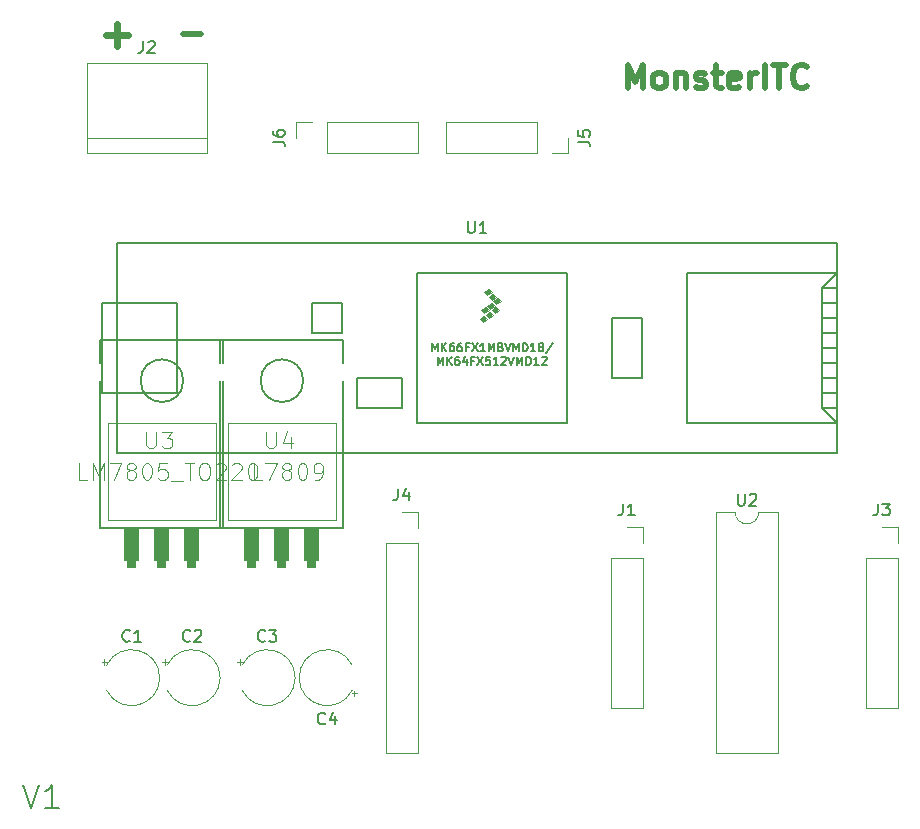
<source format=gto>
G04 #@! TF.GenerationSoftware,KiCad,Pcbnew,(5.1.2)-2*
G04 #@! TF.CreationDate,2019-10-06T07:22:37-10:00*
G04 #@! TF.ProjectId,differential_robot(v1),64696666-6572-4656-9e74-69616c5f726f,rev?*
G04 #@! TF.SameCoordinates,Original*
G04 #@! TF.FileFunction,Legend,Top*
G04 #@! TF.FilePolarity,Positive*
%FSLAX46Y46*%
G04 Gerber Fmt 4.6, Leading zero omitted, Abs format (unit mm)*
G04 Created by KiCad (PCBNEW (5.1.2)-2) date 2019-10-06 07:22:37*
%MOMM*%
%LPD*%
G04 APERTURE LIST*
%ADD10C,0.500000*%
%ADD11C,0.625000*%
%ADD12C,0.150000*%
%ADD13C,0.120000*%
%ADD14C,0.100000*%
%ADD15C,0.127000*%
%ADD16C,0.050800*%
%ADD17C,0.050000*%
G04 APERTURE END LIST*
D10*
X125778571Y-77104761D02*
X125778571Y-75104761D01*
X126445238Y-76533333D01*
X127111904Y-75104761D01*
X127111904Y-77104761D01*
X128350000Y-77104761D02*
X128159523Y-77009523D01*
X128064285Y-76914285D01*
X127969047Y-76723809D01*
X127969047Y-76152380D01*
X128064285Y-75961904D01*
X128159523Y-75866666D01*
X128350000Y-75771428D01*
X128635714Y-75771428D01*
X128826190Y-75866666D01*
X128921428Y-75961904D01*
X129016666Y-76152380D01*
X129016666Y-76723809D01*
X128921428Y-76914285D01*
X128826190Y-77009523D01*
X128635714Y-77104761D01*
X128350000Y-77104761D01*
X129873809Y-75771428D02*
X129873809Y-77104761D01*
X129873809Y-75961904D02*
X129969047Y-75866666D01*
X130159523Y-75771428D01*
X130445238Y-75771428D01*
X130635714Y-75866666D01*
X130730952Y-76057142D01*
X130730952Y-77104761D01*
X131588095Y-77009523D02*
X131778571Y-77104761D01*
X132159523Y-77104761D01*
X132350000Y-77009523D01*
X132445238Y-76819047D01*
X132445238Y-76723809D01*
X132350000Y-76533333D01*
X132159523Y-76438095D01*
X131873809Y-76438095D01*
X131683333Y-76342857D01*
X131588095Y-76152380D01*
X131588095Y-76057142D01*
X131683333Y-75866666D01*
X131873809Y-75771428D01*
X132159523Y-75771428D01*
X132350000Y-75866666D01*
X133016666Y-75771428D02*
X133778571Y-75771428D01*
X133302380Y-75104761D02*
X133302380Y-76819047D01*
X133397619Y-77009523D01*
X133588095Y-77104761D01*
X133778571Y-77104761D01*
X135207142Y-77009523D02*
X135016666Y-77104761D01*
X134635714Y-77104761D01*
X134445238Y-77009523D01*
X134350000Y-76819047D01*
X134350000Y-76057142D01*
X134445238Y-75866666D01*
X134635714Y-75771428D01*
X135016666Y-75771428D01*
X135207142Y-75866666D01*
X135302380Y-76057142D01*
X135302380Y-76247619D01*
X134350000Y-76438095D01*
X136159523Y-77104761D02*
X136159523Y-75771428D01*
X136159523Y-76152380D02*
X136254761Y-75961904D01*
X136350000Y-75866666D01*
X136540476Y-75771428D01*
X136730952Y-75771428D01*
X137397619Y-77104761D02*
X137397619Y-75104761D01*
X138064285Y-75104761D02*
X139207142Y-75104761D01*
X138635714Y-77104761D02*
X138635714Y-75104761D01*
X141016666Y-76914285D02*
X140921428Y-77009523D01*
X140635714Y-77104761D01*
X140445238Y-77104761D01*
X140159523Y-77009523D01*
X139969047Y-76819047D01*
X139873809Y-76628571D01*
X139778571Y-76247619D01*
X139778571Y-75961904D01*
X139873809Y-75580952D01*
X139969047Y-75390476D01*
X140159523Y-75200000D01*
X140445238Y-75104761D01*
X140635714Y-75104761D01*
X140921428Y-75200000D01*
X141016666Y-75295238D01*
X88138095Y-72532857D02*
X89661904Y-72532857D01*
D11*
X81597619Y-72568571D02*
X83502380Y-72568571D01*
X82550000Y-73520952D02*
X82550000Y-71616190D01*
D12*
X74580952Y-136064761D02*
X75247619Y-138064761D01*
X75914285Y-136064761D01*
X77628571Y-138064761D02*
X76485714Y-138064761D01*
X77057142Y-138064761D02*
X77057142Y-136064761D01*
X76866666Y-136350476D01*
X76676190Y-136540952D01*
X76485714Y-136636190D01*
D13*
X136890000Y-112970000D02*
G75*
G02X134890000Y-112970000I-1000000J0D01*
G01*
X134890000Y-112970000D02*
X133240000Y-112970000D01*
X133240000Y-112970000D02*
X133240000Y-133410000D01*
X133240000Y-133410000D02*
X138540000Y-133410000D01*
X138540000Y-133410000D02*
X138540000Y-112970000D01*
X138540000Y-112970000D02*
X136890000Y-112970000D01*
X81680260Y-128060000D02*
G75*
G03X81680259Y-125940000I2119740J1060000D01*
G01*
X81262712Y-125665000D02*
X81712712Y-125665000D01*
X81487712Y-125440000D02*
X81487712Y-125890000D01*
X86607712Y-125440000D02*
X86607712Y-125890000D01*
X86382712Y-125665000D02*
X86832712Y-125665000D01*
X86800260Y-128060000D02*
G75*
G03X86800259Y-125940000I2119740J1060000D01*
G01*
X93150260Y-128060000D02*
G75*
G03X93150259Y-125940000I2119740J1060000D01*
G01*
X92732712Y-125665000D02*
X93182712Y-125665000D01*
X92957712Y-125440000D02*
X92957712Y-125890000D01*
X102662288Y-128560000D02*
X102662288Y-128110000D01*
X102887288Y-128335000D02*
X102437288Y-128335000D01*
X102469740Y-125940000D02*
G75*
G03X102469741Y-128060000I-2119740J-1060000D01*
G01*
X124400000Y-116840000D02*
X127060000Y-116840000D01*
X124400000Y-116840000D02*
X124400000Y-129600000D01*
X124400000Y-129600000D02*
X127060000Y-129600000D01*
X127060000Y-116840000D02*
X127060000Y-129600000D01*
X127060000Y-114240000D02*
X127060000Y-115570000D01*
X125730000Y-114240000D02*
X127060000Y-114240000D01*
X90170000Y-81280000D02*
X80010000Y-81280000D01*
X90170000Y-82550000D02*
X90170000Y-74930000D01*
X90170000Y-74930000D02*
X80010000Y-74930000D01*
X80010000Y-74930000D02*
X80010000Y-82550000D01*
X80010000Y-82550000D02*
X90170000Y-82550000D01*
X147320000Y-114240000D02*
X148650000Y-114240000D01*
X148650000Y-114240000D02*
X148650000Y-115570000D01*
X148650000Y-116840000D02*
X148650000Y-129600000D01*
X145990000Y-129600000D02*
X148650000Y-129600000D01*
X145990000Y-116840000D02*
X145990000Y-129600000D01*
X145990000Y-116840000D02*
X148650000Y-116840000D01*
X105350000Y-115570000D02*
X108010000Y-115570000D01*
X105350000Y-115570000D02*
X105350000Y-133410000D01*
X105350000Y-133410000D02*
X108010000Y-133410000D01*
X108010000Y-115570000D02*
X108010000Y-133410000D01*
X108010000Y-112970000D02*
X108010000Y-114300000D01*
X106680000Y-112970000D02*
X108010000Y-112970000D01*
X118110000Y-79950000D02*
X118110000Y-82610000D01*
X118110000Y-79950000D02*
X110430000Y-79950000D01*
X110430000Y-79950000D02*
X110430000Y-82610000D01*
X118110000Y-82610000D02*
X110430000Y-82610000D01*
X120710000Y-82610000D02*
X119380000Y-82610000D01*
X120710000Y-81280000D02*
X120710000Y-82610000D01*
X97730000Y-81280000D02*
X97730000Y-79950000D01*
X97730000Y-79950000D02*
X99060000Y-79950000D01*
X100330000Y-79950000D02*
X108010000Y-79950000D01*
X108010000Y-82610000D02*
X108010000Y-79950000D01*
X100330000Y-82610000D02*
X108010000Y-82610000D01*
X100330000Y-82610000D02*
X100330000Y-79950000D01*
D14*
G36*
X114300000Y-95250000D02*
G01*
X114554000Y-95504000D01*
X114173000Y-95758000D01*
X113919000Y-95504000D01*
X114300000Y-95250000D01*
G37*
X114300000Y-95250000D02*
X114554000Y-95504000D01*
X114173000Y-95758000D01*
X113919000Y-95504000D01*
X114300000Y-95250000D01*
G36*
X114427000Y-94488000D02*
G01*
X114681000Y-94742000D01*
X114300000Y-94996000D01*
X114046000Y-94742000D01*
X114427000Y-94488000D01*
G37*
X114427000Y-94488000D02*
X114681000Y-94742000D01*
X114300000Y-94996000D01*
X114046000Y-94742000D01*
X114427000Y-94488000D01*
G36*
X114681000Y-95631000D02*
G01*
X114935000Y-95885000D01*
X114554000Y-96139000D01*
X114300000Y-95885000D01*
X114681000Y-95631000D01*
G37*
X114681000Y-95631000D02*
X114935000Y-95885000D01*
X114554000Y-96139000D01*
X114300000Y-95885000D01*
X114681000Y-95631000D01*
G36*
X114173000Y-96012000D02*
G01*
X114427000Y-96266000D01*
X114046000Y-96520000D01*
X113792000Y-96266000D01*
X114173000Y-96012000D01*
G37*
X114173000Y-96012000D02*
X114427000Y-96266000D01*
X114046000Y-96520000D01*
X113792000Y-96266000D01*
X114173000Y-96012000D01*
G36*
X114808000Y-94869000D02*
G01*
X115062000Y-95123000D01*
X114681000Y-95377000D01*
X114427000Y-95123000D01*
X114808000Y-94869000D01*
G37*
X114808000Y-94869000D02*
X115062000Y-95123000D01*
X114681000Y-95377000D01*
X114427000Y-95123000D01*
X114808000Y-94869000D01*
G36*
X113665000Y-96393000D02*
G01*
X113919000Y-96647000D01*
X113538000Y-96901000D01*
X113284000Y-96647000D01*
X113665000Y-96393000D01*
G37*
X113665000Y-96393000D02*
X113919000Y-96647000D01*
X113538000Y-96901000D01*
X113284000Y-96647000D01*
X113665000Y-96393000D01*
G36*
X113792000Y-95631000D02*
G01*
X114046000Y-95885000D01*
X113665000Y-96139000D01*
X113411000Y-95885000D01*
X113792000Y-95631000D01*
G37*
X113792000Y-95631000D02*
X114046000Y-95885000D01*
X113665000Y-96139000D01*
X113411000Y-95885000D01*
X113792000Y-95631000D01*
G36*
X114046000Y-94107000D02*
G01*
X114300000Y-94361000D01*
X113919000Y-94615000D01*
X113665000Y-94361000D01*
X114046000Y-94107000D01*
G37*
X114046000Y-94107000D02*
X114300000Y-94361000D01*
X113919000Y-94615000D01*
X113665000Y-94361000D01*
X114046000Y-94107000D01*
D12*
X82550000Y-107950000D02*
X82550000Y-90170000D01*
X143510000Y-90170000D02*
X143510000Y-107950000D01*
X124460000Y-96520000D02*
X127000000Y-96520000D01*
X124460000Y-101600000D02*
X124460000Y-96520000D01*
X127000000Y-101600000D02*
X124460000Y-101600000D01*
X127000000Y-96520000D02*
X127000000Y-101600000D01*
X87630000Y-102870000D02*
X82550000Y-102870000D01*
X87630000Y-95250000D02*
X82550000Y-95250000D01*
X87630000Y-102870000D02*
X87630000Y-95250000D01*
X81280000Y-95250000D02*
X82550000Y-95250000D01*
X81280000Y-102870000D02*
X81280000Y-95250000D01*
X82550000Y-102870000D02*
X81280000Y-102870000D01*
X82550000Y-107950000D02*
X143510000Y-107950000D01*
X143510000Y-90170000D02*
X82550000Y-90170000D01*
X130810000Y-105410000D02*
X143510000Y-105410000D01*
X130810000Y-92710000D02*
X130810000Y-105410000D01*
X143510000Y-92710000D02*
X130810000Y-92710000D01*
X142240000Y-93980000D02*
X143510000Y-92710000D01*
X142240000Y-104140000D02*
X142240000Y-93980000D01*
X143510000Y-105410000D02*
X142240000Y-104140000D01*
X142240000Y-93980000D02*
X143510000Y-93980000D01*
X142240000Y-95250000D02*
X143510000Y-95250000D01*
X142240000Y-96520000D02*
X143510000Y-96520000D01*
X142240000Y-97790000D02*
X143510000Y-97790000D01*
X142240000Y-99060000D02*
X143510000Y-99060000D01*
X142240000Y-100330000D02*
X143510000Y-100330000D01*
X142240000Y-101600000D02*
X143510000Y-101600000D01*
X142240000Y-102870000D02*
X143510000Y-102870000D01*
X142240000Y-104140000D02*
X143510000Y-104140000D01*
X107950000Y-92710000D02*
X120650000Y-92710000D01*
X107950000Y-105410000D02*
X120650000Y-105410000D01*
X107950000Y-92710000D02*
X107950000Y-105410000D01*
X120650000Y-105410000D02*
X120650000Y-92710000D01*
X106680000Y-101600000D02*
X106680000Y-104140000D01*
X102870000Y-101600000D02*
X106680000Y-101600000D01*
X102870000Y-104140000D02*
X102870000Y-101600000D01*
X106680000Y-104140000D02*
X102870000Y-104140000D01*
X101600000Y-95250000D02*
X99060000Y-95250000D01*
X101600000Y-97790000D02*
X101600000Y-95250000D01*
X99060000Y-97790000D02*
X101600000Y-97790000D01*
X99060000Y-95250000D02*
X99060000Y-97790000D01*
D15*
X81153000Y-114300000D02*
X91567000Y-114300000D01*
X91567000Y-98425000D02*
X81153000Y-98425000D01*
X91567000Y-114300000D02*
X91567000Y-101854000D01*
X91567000Y-100330000D02*
X91567000Y-98425000D01*
X81153000Y-114300000D02*
X81153000Y-101854000D01*
X81153000Y-100330000D02*
X81153000Y-98425000D01*
D16*
X81788000Y-113665000D02*
X90932000Y-113665000D01*
X90932000Y-105410000D02*
X90932000Y-113665000D01*
X90932000Y-105410000D02*
X81788000Y-105410000D01*
X81788000Y-113665000D02*
X81788000Y-105410000D01*
D15*
X88163400Y-101854000D02*
G75*
G03X88163400Y-101854000I-1803400J0D01*
G01*
D14*
G36*
X88519740Y-117094000D02*
G01*
X89281000Y-117094000D01*
X89281000Y-117730610D01*
X88519740Y-117730610D01*
X88519740Y-117094000D01*
G37*
G36*
X85978823Y-117094000D02*
G01*
X86741000Y-117094000D01*
X86741000Y-117731190D01*
X85978823Y-117731190D01*
X85978823Y-117094000D01*
G37*
G36*
X83437710Y-117094000D02*
G01*
X84201000Y-117094000D01*
X84201000Y-117731080D01*
X83437710Y-117731080D01*
X83437710Y-117094000D01*
G37*
G36*
X83179460Y-114300000D02*
G01*
X84455000Y-114300000D01*
X84455000Y-117101090D01*
X83179460Y-117101090D01*
X83179460Y-114300000D01*
G37*
G36*
X85724119Y-114300000D02*
G01*
X86995000Y-114300000D01*
X86995000Y-117099640D01*
X85724119Y-117099640D01*
X85724119Y-114300000D01*
G37*
G36*
X88267130Y-114300000D02*
G01*
X89535000Y-114300000D01*
X89535000Y-117098550D01*
X88267130Y-117098550D01*
X88267130Y-114300000D01*
G37*
G36*
X98427130Y-114300000D02*
G01*
X99695000Y-114300000D01*
X99695000Y-117098550D01*
X98427130Y-117098550D01*
X98427130Y-114300000D01*
G37*
G36*
X95884119Y-114300000D02*
G01*
X97155000Y-114300000D01*
X97155000Y-117099640D01*
X95884119Y-117099640D01*
X95884119Y-114300000D01*
G37*
G36*
X93339460Y-114300000D02*
G01*
X94615000Y-114300000D01*
X94615000Y-117101090D01*
X93339460Y-117101090D01*
X93339460Y-114300000D01*
G37*
G36*
X93597710Y-117094000D02*
G01*
X94361000Y-117094000D01*
X94361000Y-117731080D01*
X93597710Y-117731080D01*
X93597710Y-117094000D01*
G37*
G36*
X96138823Y-117094000D02*
G01*
X96901000Y-117094000D01*
X96901000Y-117731190D01*
X96138823Y-117731190D01*
X96138823Y-117094000D01*
G37*
G36*
X98679740Y-117094000D02*
G01*
X99441000Y-117094000D01*
X99441000Y-117730610D01*
X98679740Y-117730610D01*
X98679740Y-117094000D01*
G37*
D15*
X98323400Y-101854000D02*
G75*
G03X98323400Y-101854000I-1803400J0D01*
G01*
D16*
X91948000Y-113665000D02*
X91948000Y-105410000D01*
X101092000Y-105410000D02*
X91948000Y-105410000D01*
X101092000Y-105410000D02*
X101092000Y-113665000D01*
X91948000Y-113665000D02*
X101092000Y-113665000D01*
D15*
X91313000Y-100330000D02*
X91313000Y-98425000D01*
X91313000Y-114300000D02*
X91313000Y-101854000D01*
X101727000Y-100330000D02*
X101727000Y-98425000D01*
X101727000Y-114300000D02*
X101727000Y-101854000D01*
X101727000Y-98425000D02*
X91313000Y-98425000D01*
X91313000Y-114300000D02*
X101727000Y-114300000D01*
D12*
X135128095Y-111422380D02*
X135128095Y-112231904D01*
X135175714Y-112327142D01*
X135223333Y-112374761D01*
X135318571Y-112422380D01*
X135509047Y-112422380D01*
X135604285Y-112374761D01*
X135651904Y-112327142D01*
X135699523Y-112231904D01*
X135699523Y-111422380D01*
X136128095Y-111517619D02*
X136175714Y-111470000D01*
X136270952Y-111422380D01*
X136509047Y-111422380D01*
X136604285Y-111470000D01*
X136651904Y-111517619D01*
X136699523Y-111612857D01*
X136699523Y-111708095D01*
X136651904Y-111850952D01*
X136080476Y-112422380D01*
X136699523Y-112422380D01*
X83633333Y-123857142D02*
X83585714Y-123904761D01*
X83442857Y-123952380D01*
X83347619Y-123952380D01*
X83204761Y-123904761D01*
X83109523Y-123809523D01*
X83061904Y-123714285D01*
X83014285Y-123523809D01*
X83014285Y-123380952D01*
X83061904Y-123190476D01*
X83109523Y-123095238D01*
X83204761Y-123000000D01*
X83347619Y-122952380D01*
X83442857Y-122952380D01*
X83585714Y-123000000D01*
X83633333Y-123047619D01*
X84585714Y-123952380D02*
X84014285Y-123952380D01*
X84300000Y-123952380D02*
X84300000Y-122952380D01*
X84204761Y-123095238D01*
X84109523Y-123190476D01*
X84014285Y-123238095D01*
X88753333Y-123857142D02*
X88705714Y-123904761D01*
X88562857Y-123952380D01*
X88467619Y-123952380D01*
X88324761Y-123904761D01*
X88229523Y-123809523D01*
X88181904Y-123714285D01*
X88134285Y-123523809D01*
X88134285Y-123380952D01*
X88181904Y-123190476D01*
X88229523Y-123095238D01*
X88324761Y-123000000D01*
X88467619Y-122952380D01*
X88562857Y-122952380D01*
X88705714Y-123000000D01*
X88753333Y-123047619D01*
X89134285Y-123047619D02*
X89181904Y-123000000D01*
X89277142Y-122952380D01*
X89515238Y-122952380D01*
X89610476Y-123000000D01*
X89658095Y-123047619D01*
X89705714Y-123142857D01*
X89705714Y-123238095D01*
X89658095Y-123380952D01*
X89086666Y-123952380D01*
X89705714Y-123952380D01*
X95103333Y-123857142D02*
X95055714Y-123904761D01*
X94912857Y-123952380D01*
X94817619Y-123952380D01*
X94674761Y-123904761D01*
X94579523Y-123809523D01*
X94531904Y-123714285D01*
X94484285Y-123523809D01*
X94484285Y-123380952D01*
X94531904Y-123190476D01*
X94579523Y-123095238D01*
X94674761Y-123000000D01*
X94817619Y-122952380D01*
X94912857Y-122952380D01*
X95055714Y-123000000D01*
X95103333Y-123047619D01*
X95436666Y-122952380D02*
X96055714Y-122952380D01*
X95722380Y-123333333D01*
X95865238Y-123333333D01*
X95960476Y-123380952D01*
X96008095Y-123428571D01*
X96055714Y-123523809D01*
X96055714Y-123761904D01*
X96008095Y-123857142D01*
X95960476Y-123904761D01*
X95865238Y-123952380D01*
X95579523Y-123952380D01*
X95484285Y-123904761D01*
X95436666Y-123857142D01*
X100183333Y-130857142D02*
X100135714Y-130904761D01*
X99992857Y-130952380D01*
X99897619Y-130952380D01*
X99754761Y-130904761D01*
X99659523Y-130809523D01*
X99611904Y-130714285D01*
X99564285Y-130523809D01*
X99564285Y-130380952D01*
X99611904Y-130190476D01*
X99659523Y-130095238D01*
X99754761Y-130000000D01*
X99897619Y-129952380D01*
X99992857Y-129952380D01*
X100135714Y-130000000D01*
X100183333Y-130047619D01*
X101040476Y-130285714D02*
X101040476Y-130952380D01*
X100802380Y-129904761D02*
X100564285Y-130619047D01*
X101183333Y-130619047D01*
X125396666Y-112252380D02*
X125396666Y-112966666D01*
X125349047Y-113109523D01*
X125253809Y-113204761D01*
X125110952Y-113252380D01*
X125015714Y-113252380D01*
X126396666Y-113252380D02*
X125825238Y-113252380D01*
X126110952Y-113252380D02*
X126110952Y-112252380D01*
X126015714Y-112395238D01*
X125920476Y-112490476D01*
X125825238Y-112538095D01*
X84756666Y-73112380D02*
X84756666Y-73826666D01*
X84709047Y-73969523D01*
X84613809Y-74064761D01*
X84470952Y-74112380D01*
X84375714Y-74112380D01*
X85185238Y-73207619D02*
X85232857Y-73160000D01*
X85328095Y-73112380D01*
X85566190Y-73112380D01*
X85661428Y-73160000D01*
X85709047Y-73207619D01*
X85756666Y-73302857D01*
X85756666Y-73398095D01*
X85709047Y-73540952D01*
X85137619Y-74112380D01*
X85756666Y-74112380D01*
X146986666Y-112252380D02*
X146986666Y-112966666D01*
X146939047Y-113109523D01*
X146843809Y-113204761D01*
X146700952Y-113252380D01*
X146605714Y-113252380D01*
X147367619Y-112252380D02*
X147986666Y-112252380D01*
X147653333Y-112633333D01*
X147796190Y-112633333D01*
X147891428Y-112680952D01*
X147939047Y-112728571D01*
X147986666Y-112823809D01*
X147986666Y-113061904D01*
X147939047Y-113157142D01*
X147891428Y-113204761D01*
X147796190Y-113252380D01*
X147510476Y-113252380D01*
X147415238Y-113204761D01*
X147367619Y-113157142D01*
X106346666Y-110982380D02*
X106346666Y-111696666D01*
X106299047Y-111839523D01*
X106203809Y-111934761D01*
X106060952Y-111982380D01*
X105965714Y-111982380D01*
X107251428Y-111315714D02*
X107251428Y-111982380D01*
X107013333Y-110934761D02*
X106775238Y-111649047D01*
X107394285Y-111649047D01*
X121602380Y-81613333D02*
X122316666Y-81613333D01*
X122459523Y-81660952D01*
X122554761Y-81756190D01*
X122602380Y-81899047D01*
X122602380Y-81994285D01*
X121602380Y-80660952D02*
X121602380Y-81137142D01*
X122078571Y-81184761D01*
X122030952Y-81137142D01*
X121983333Y-81041904D01*
X121983333Y-80803809D01*
X122030952Y-80708571D01*
X122078571Y-80660952D01*
X122173809Y-80613333D01*
X122411904Y-80613333D01*
X122507142Y-80660952D01*
X122554761Y-80708571D01*
X122602380Y-80803809D01*
X122602380Y-81041904D01*
X122554761Y-81137142D01*
X122507142Y-81184761D01*
X95742380Y-81613333D02*
X96456666Y-81613333D01*
X96599523Y-81660952D01*
X96694761Y-81756190D01*
X96742380Y-81899047D01*
X96742380Y-81994285D01*
X95742380Y-80708571D02*
X95742380Y-80899047D01*
X95790000Y-80994285D01*
X95837619Y-81041904D01*
X95980476Y-81137142D01*
X96170952Y-81184761D01*
X96551904Y-81184761D01*
X96647142Y-81137142D01*
X96694761Y-81089523D01*
X96742380Y-80994285D01*
X96742380Y-80803809D01*
X96694761Y-80708571D01*
X96647142Y-80660952D01*
X96551904Y-80613333D01*
X96313809Y-80613333D01*
X96218571Y-80660952D01*
X96170952Y-80708571D01*
X96123333Y-80803809D01*
X96123333Y-80994285D01*
X96170952Y-81089523D01*
X96218571Y-81137142D01*
X96313809Y-81184761D01*
X112268095Y-88352380D02*
X112268095Y-89161904D01*
X112315714Y-89257142D01*
X112363333Y-89304761D01*
X112458571Y-89352380D01*
X112649047Y-89352380D01*
X112744285Y-89304761D01*
X112791904Y-89257142D01*
X112839523Y-89161904D01*
X112839523Y-88352380D01*
X113839523Y-89352380D02*
X113268095Y-89352380D01*
X113553809Y-89352380D02*
X113553809Y-88352380D01*
X113458571Y-88495238D01*
X113363333Y-88590476D01*
X113268095Y-88638095D01*
X109700000Y-100519666D02*
X109700000Y-99819666D01*
X109933333Y-100319666D01*
X110166666Y-99819666D01*
X110166666Y-100519666D01*
X110500000Y-100519666D02*
X110500000Y-99819666D01*
X110900000Y-100519666D02*
X110600000Y-100119666D01*
X110900000Y-99819666D02*
X110500000Y-100219666D01*
X111500000Y-99819666D02*
X111366666Y-99819666D01*
X111300000Y-99853000D01*
X111266666Y-99886333D01*
X111200000Y-99986333D01*
X111166666Y-100119666D01*
X111166666Y-100386333D01*
X111200000Y-100453000D01*
X111233333Y-100486333D01*
X111300000Y-100519666D01*
X111433333Y-100519666D01*
X111500000Y-100486333D01*
X111533333Y-100453000D01*
X111566666Y-100386333D01*
X111566666Y-100219666D01*
X111533333Y-100153000D01*
X111500000Y-100119666D01*
X111433333Y-100086333D01*
X111300000Y-100086333D01*
X111233333Y-100119666D01*
X111200000Y-100153000D01*
X111166666Y-100219666D01*
X112166666Y-100053000D02*
X112166666Y-100519666D01*
X112000000Y-99786333D02*
X111833333Y-100286333D01*
X112266666Y-100286333D01*
X112766666Y-100153000D02*
X112533333Y-100153000D01*
X112533333Y-100519666D02*
X112533333Y-99819666D01*
X112866666Y-99819666D01*
X113066666Y-99819666D02*
X113533333Y-100519666D01*
X113533333Y-99819666D02*
X113066666Y-100519666D01*
X114133333Y-99819666D02*
X113800000Y-99819666D01*
X113766666Y-100153000D01*
X113800000Y-100119666D01*
X113866666Y-100086333D01*
X114033333Y-100086333D01*
X114100000Y-100119666D01*
X114133333Y-100153000D01*
X114166666Y-100219666D01*
X114166666Y-100386333D01*
X114133333Y-100453000D01*
X114100000Y-100486333D01*
X114033333Y-100519666D01*
X113866666Y-100519666D01*
X113800000Y-100486333D01*
X113766666Y-100453000D01*
X114833333Y-100519666D02*
X114433333Y-100519666D01*
X114633333Y-100519666D02*
X114633333Y-99819666D01*
X114566666Y-99919666D01*
X114500000Y-99986333D01*
X114433333Y-100019666D01*
X115100000Y-99886333D02*
X115133333Y-99853000D01*
X115200000Y-99819666D01*
X115366666Y-99819666D01*
X115433333Y-99853000D01*
X115466666Y-99886333D01*
X115500000Y-99953000D01*
X115500000Y-100019666D01*
X115466666Y-100119666D01*
X115066666Y-100519666D01*
X115500000Y-100519666D01*
X115700000Y-99819666D02*
X115933333Y-100519666D01*
X116166666Y-99819666D01*
X116400000Y-100519666D02*
X116400000Y-99819666D01*
X116633333Y-100319666D01*
X116866666Y-99819666D01*
X116866666Y-100519666D01*
X117200000Y-100519666D02*
X117200000Y-99819666D01*
X117366666Y-99819666D01*
X117466666Y-99853000D01*
X117533333Y-99919666D01*
X117566666Y-99986333D01*
X117600000Y-100119666D01*
X117600000Y-100219666D01*
X117566666Y-100353000D01*
X117533333Y-100419666D01*
X117466666Y-100486333D01*
X117366666Y-100519666D01*
X117200000Y-100519666D01*
X118266666Y-100519666D02*
X117866666Y-100519666D01*
X118066666Y-100519666D02*
X118066666Y-99819666D01*
X118000000Y-99919666D01*
X117933333Y-99986333D01*
X117866666Y-100019666D01*
X118533333Y-99886333D02*
X118566666Y-99853000D01*
X118633333Y-99819666D01*
X118800000Y-99819666D01*
X118866666Y-99853000D01*
X118900000Y-99886333D01*
X118933333Y-99953000D01*
X118933333Y-100019666D01*
X118900000Y-100119666D01*
X118500000Y-100519666D01*
X118933333Y-100519666D01*
X109250000Y-99376666D02*
X109250000Y-98676666D01*
X109483333Y-99176666D01*
X109716666Y-98676666D01*
X109716666Y-99376666D01*
X110050000Y-99376666D02*
X110050000Y-98676666D01*
X110450000Y-99376666D02*
X110150000Y-98976666D01*
X110450000Y-98676666D02*
X110050000Y-99076666D01*
X111050000Y-98676666D02*
X110916666Y-98676666D01*
X110850000Y-98710000D01*
X110816666Y-98743333D01*
X110750000Y-98843333D01*
X110716666Y-98976666D01*
X110716666Y-99243333D01*
X110750000Y-99310000D01*
X110783333Y-99343333D01*
X110850000Y-99376666D01*
X110983333Y-99376666D01*
X111050000Y-99343333D01*
X111083333Y-99310000D01*
X111116666Y-99243333D01*
X111116666Y-99076666D01*
X111083333Y-99010000D01*
X111050000Y-98976666D01*
X110983333Y-98943333D01*
X110850000Y-98943333D01*
X110783333Y-98976666D01*
X110750000Y-99010000D01*
X110716666Y-99076666D01*
X111716666Y-98676666D02*
X111583333Y-98676666D01*
X111516666Y-98710000D01*
X111483333Y-98743333D01*
X111416666Y-98843333D01*
X111383333Y-98976666D01*
X111383333Y-99243333D01*
X111416666Y-99310000D01*
X111450000Y-99343333D01*
X111516666Y-99376666D01*
X111650000Y-99376666D01*
X111716666Y-99343333D01*
X111750000Y-99310000D01*
X111783333Y-99243333D01*
X111783333Y-99076666D01*
X111750000Y-99010000D01*
X111716666Y-98976666D01*
X111650000Y-98943333D01*
X111516666Y-98943333D01*
X111450000Y-98976666D01*
X111416666Y-99010000D01*
X111383333Y-99076666D01*
X112316666Y-99010000D02*
X112083333Y-99010000D01*
X112083333Y-99376666D02*
X112083333Y-98676666D01*
X112416666Y-98676666D01*
X112616666Y-98676666D02*
X113083333Y-99376666D01*
X113083333Y-98676666D02*
X112616666Y-99376666D01*
X113716666Y-99376666D02*
X113316666Y-99376666D01*
X113516666Y-99376666D02*
X113516666Y-98676666D01*
X113450000Y-98776666D01*
X113383333Y-98843333D01*
X113316666Y-98876666D01*
X114016666Y-99376666D02*
X114016666Y-98676666D01*
X114250000Y-99176666D01*
X114483333Y-98676666D01*
X114483333Y-99376666D01*
X115050000Y-99010000D02*
X115150000Y-99043333D01*
X115183333Y-99076666D01*
X115216666Y-99143333D01*
X115216666Y-99243333D01*
X115183333Y-99310000D01*
X115150000Y-99343333D01*
X115083333Y-99376666D01*
X114816666Y-99376666D01*
X114816666Y-98676666D01*
X115050000Y-98676666D01*
X115116666Y-98710000D01*
X115150000Y-98743333D01*
X115183333Y-98810000D01*
X115183333Y-98876666D01*
X115150000Y-98943333D01*
X115116666Y-98976666D01*
X115050000Y-99010000D01*
X114816666Y-99010000D01*
X115416666Y-98676666D02*
X115650000Y-99376666D01*
X115883333Y-98676666D01*
X116116666Y-99376666D02*
X116116666Y-98676666D01*
X116350000Y-99176666D01*
X116583333Y-98676666D01*
X116583333Y-99376666D01*
X116916666Y-99376666D02*
X116916666Y-98676666D01*
X117083333Y-98676666D01*
X117183333Y-98710000D01*
X117250000Y-98776666D01*
X117283333Y-98843333D01*
X117316666Y-98976666D01*
X117316666Y-99076666D01*
X117283333Y-99210000D01*
X117250000Y-99276666D01*
X117183333Y-99343333D01*
X117083333Y-99376666D01*
X116916666Y-99376666D01*
X117983333Y-99376666D02*
X117583333Y-99376666D01*
X117783333Y-99376666D02*
X117783333Y-98676666D01*
X117716666Y-98776666D01*
X117650000Y-98843333D01*
X117583333Y-98876666D01*
X118383333Y-98976666D02*
X118316666Y-98943333D01*
X118283333Y-98910000D01*
X118250000Y-98843333D01*
X118250000Y-98810000D01*
X118283333Y-98743333D01*
X118316666Y-98710000D01*
X118383333Y-98676666D01*
X118516666Y-98676666D01*
X118583333Y-98710000D01*
X118616666Y-98743333D01*
X118650000Y-98810000D01*
X118650000Y-98843333D01*
X118616666Y-98910000D01*
X118583333Y-98943333D01*
X118516666Y-98976666D01*
X118383333Y-98976666D01*
X118316666Y-99010000D01*
X118283333Y-99043333D01*
X118250000Y-99110000D01*
X118250000Y-99243333D01*
X118283333Y-99310000D01*
X118316666Y-99343333D01*
X118383333Y-99376666D01*
X118516666Y-99376666D01*
X118583333Y-99343333D01*
X118616666Y-99310000D01*
X118650000Y-99243333D01*
X118650000Y-99110000D01*
X118616666Y-99043333D01*
X118583333Y-99010000D01*
X118516666Y-98976666D01*
X119450000Y-98643333D02*
X118850000Y-99543333D01*
D17*
X85037391Y-106157280D02*
X85037391Y-107292273D01*
X85104155Y-107425802D01*
X85170920Y-107492566D01*
X85304448Y-107559330D01*
X85571505Y-107559330D01*
X85705034Y-107492566D01*
X85771798Y-107425802D01*
X85838562Y-107292273D01*
X85838562Y-106157280D01*
X86372677Y-106157280D02*
X87240612Y-106157280D01*
X86773262Y-106691395D01*
X86973555Y-106691395D01*
X87107084Y-106758159D01*
X87173848Y-106824923D01*
X87240612Y-106958452D01*
X87240612Y-107292273D01*
X87173848Y-107425802D01*
X87107084Y-107492566D01*
X86973555Y-107559330D01*
X86572970Y-107559330D01*
X86439441Y-107492566D01*
X86372677Y-107425802D01*
X80029887Y-110232212D02*
X79362716Y-110232212D01*
X79362716Y-108831152D01*
X80496907Y-110232212D02*
X80496907Y-108831152D01*
X80963927Y-109831910D01*
X81430947Y-108831152D01*
X81430947Y-110232212D01*
X81964685Y-108831152D02*
X82898725Y-108831152D01*
X82298270Y-110232212D01*
X83632613Y-109431607D02*
X83499179Y-109364890D01*
X83432462Y-109298172D01*
X83365745Y-109164738D01*
X83365745Y-109098021D01*
X83432462Y-108964587D01*
X83499179Y-108897870D01*
X83632613Y-108831152D01*
X83899482Y-108831152D01*
X84032916Y-108897870D01*
X84099633Y-108964587D01*
X84166350Y-109098021D01*
X84166350Y-109164738D01*
X84099633Y-109298172D01*
X84032916Y-109364890D01*
X83899482Y-109431607D01*
X83632613Y-109431607D01*
X83499179Y-109498324D01*
X83432462Y-109565041D01*
X83365745Y-109698475D01*
X83365745Y-109965344D01*
X83432462Y-110098778D01*
X83499179Y-110165495D01*
X83632613Y-110232212D01*
X83899482Y-110232212D01*
X84032916Y-110165495D01*
X84099633Y-110098778D01*
X84166350Y-109965344D01*
X84166350Y-109698475D01*
X84099633Y-109565041D01*
X84032916Y-109498324D01*
X83899482Y-109431607D01*
X85033673Y-108831152D02*
X85167107Y-108831152D01*
X85300542Y-108897870D01*
X85367259Y-108964587D01*
X85433976Y-109098021D01*
X85500693Y-109364890D01*
X85500693Y-109698475D01*
X85433976Y-109965344D01*
X85367259Y-110098778D01*
X85300542Y-110165495D01*
X85167107Y-110232212D01*
X85033673Y-110232212D01*
X84900239Y-110165495D01*
X84833522Y-110098778D01*
X84766805Y-109965344D01*
X84700087Y-109698475D01*
X84700087Y-109364890D01*
X84766805Y-109098021D01*
X84833522Y-108964587D01*
X84900239Y-108897870D01*
X85033673Y-108831152D01*
X86768319Y-108831152D02*
X86101147Y-108831152D01*
X86034430Y-109498324D01*
X86101147Y-109431607D01*
X86234582Y-109364890D01*
X86568167Y-109364890D01*
X86701602Y-109431607D01*
X86768319Y-109498324D01*
X86835036Y-109631758D01*
X86835036Y-109965344D01*
X86768319Y-110098778D01*
X86701602Y-110165495D01*
X86568167Y-110232212D01*
X86234582Y-110232212D01*
X86101147Y-110165495D01*
X86034430Y-110098778D01*
X87101905Y-110365647D02*
X88169379Y-110365647D01*
X88302813Y-108831152D02*
X89103419Y-108831152D01*
X88703116Y-110232212D02*
X88703116Y-108831152D01*
X89837307Y-108831152D02*
X90104176Y-108831152D01*
X90237610Y-108897870D01*
X90371045Y-109031304D01*
X90437762Y-109298172D01*
X90437762Y-109765192D01*
X90371045Y-110032061D01*
X90237610Y-110165495D01*
X90104176Y-110232212D01*
X89837307Y-110232212D01*
X89703873Y-110165495D01*
X89570439Y-110032061D01*
X89503722Y-109765192D01*
X89503722Y-109298172D01*
X89570439Y-109031304D01*
X89703873Y-108897870D01*
X89837307Y-108831152D01*
X90971499Y-108964587D02*
X91038216Y-108897870D01*
X91171650Y-108831152D01*
X91505236Y-108831152D01*
X91638670Y-108897870D01*
X91705387Y-108964587D01*
X91772105Y-109098021D01*
X91772105Y-109231455D01*
X91705387Y-109431607D01*
X90904782Y-110232212D01*
X91772105Y-110232212D01*
X92305842Y-108964587D02*
X92372559Y-108897870D01*
X92505993Y-108831152D01*
X92839579Y-108831152D01*
X92973013Y-108897870D01*
X93039730Y-108964587D01*
X93106447Y-109098021D01*
X93106447Y-109231455D01*
X93039730Y-109431607D01*
X92239125Y-110232212D01*
X93106447Y-110232212D01*
X93973770Y-108831152D02*
X94107205Y-108831152D01*
X94240639Y-108897870D01*
X94307356Y-108964587D01*
X94374073Y-109098021D01*
X94440790Y-109364890D01*
X94440790Y-109698475D01*
X94374073Y-109965344D01*
X94307356Y-110098778D01*
X94240639Y-110165495D01*
X94107205Y-110232212D01*
X93973770Y-110232212D01*
X93840336Y-110165495D01*
X93773619Y-110098778D01*
X93706902Y-109965344D01*
X93640185Y-109698475D01*
X93640185Y-109364890D01*
X93706902Y-109098021D01*
X93773619Y-108964587D01*
X93840336Y-108897870D01*
X93973770Y-108831152D01*
X95197391Y-106157280D02*
X95197391Y-107292273D01*
X95264155Y-107425802D01*
X95330920Y-107492566D01*
X95464448Y-107559330D01*
X95731505Y-107559330D01*
X95865034Y-107492566D01*
X95931798Y-107425802D01*
X95998562Y-107292273D01*
X95998562Y-106157280D01*
X97267084Y-106624630D02*
X97267084Y-107559330D01*
X96933262Y-106090516D02*
X96599441Y-107091980D01*
X97467377Y-107091980D01*
X94793370Y-110232212D02*
X94126199Y-110232212D01*
X94126199Y-108831152D01*
X95126956Y-108831152D02*
X96060996Y-108831152D01*
X95460542Y-110232212D01*
X96794885Y-109431607D02*
X96661450Y-109364890D01*
X96594733Y-109298172D01*
X96528016Y-109164738D01*
X96528016Y-109098021D01*
X96594733Y-108964587D01*
X96661450Y-108897870D01*
X96794885Y-108831152D01*
X97061753Y-108831152D01*
X97195187Y-108897870D01*
X97261905Y-108964587D01*
X97328622Y-109098021D01*
X97328622Y-109164738D01*
X97261905Y-109298172D01*
X97195187Y-109364890D01*
X97061753Y-109431607D01*
X96794885Y-109431607D01*
X96661450Y-109498324D01*
X96594733Y-109565041D01*
X96528016Y-109698475D01*
X96528016Y-109965344D01*
X96594733Y-110098778D01*
X96661450Y-110165495D01*
X96794885Y-110232212D01*
X97061753Y-110232212D01*
X97195187Y-110165495D01*
X97261905Y-110098778D01*
X97328622Y-109965344D01*
X97328622Y-109698475D01*
X97261905Y-109565041D01*
X97195187Y-109498324D01*
X97061753Y-109431607D01*
X98195945Y-108831152D02*
X98329379Y-108831152D01*
X98462813Y-108897870D01*
X98529530Y-108964587D01*
X98596247Y-109098021D01*
X98662965Y-109364890D01*
X98662965Y-109698475D01*
X98596247Y-109965344D01*
X98529530Y-110098778D01*
X98462813Y-110165495D01*
X98329379Y-110232212D01*
X98195945Y-110232212D01*
X98062510Y-110165495D01*
X97995793Y-110098778D01*
X97929076Y-109965344D01*
X97862359Y-109698475D01*
X97862359Y-109364890D01*
X97929076Y-109098021D01*
X97995793Y-108964587D01*
X98062510Y-108897870D01*
X98195945Y-108831152D01*
X99330136Y-110232212D02*
X99597005Y-110232212D01*
X99730439Y-110165495D01*
X99797156Y-110098778D01*
X99930590Y-109898627D01*
X99997307Y-109631758D01*
X99997307Y-109098021D01*
X99930590Y-108964587D01*
X99863873Y-108897870D01*
X99730439Y-108831152D01*
X99463570Y-108831152D01*
X99330136Y-108897870D01*
X99263419Y-108964587D01*
X99196702Y-109098021D01*
X99196702Y-109431607D01*
X99263419Y-109565041D01*
X99330136Y-109631758D01*
X99463570Y-109698475D01*
X99730439Y-109698475D01*
X99863873Y-109631758D01*
X99930590Y-109565041D01*
X99997307Y-109431607D01*
M02*

</source>
